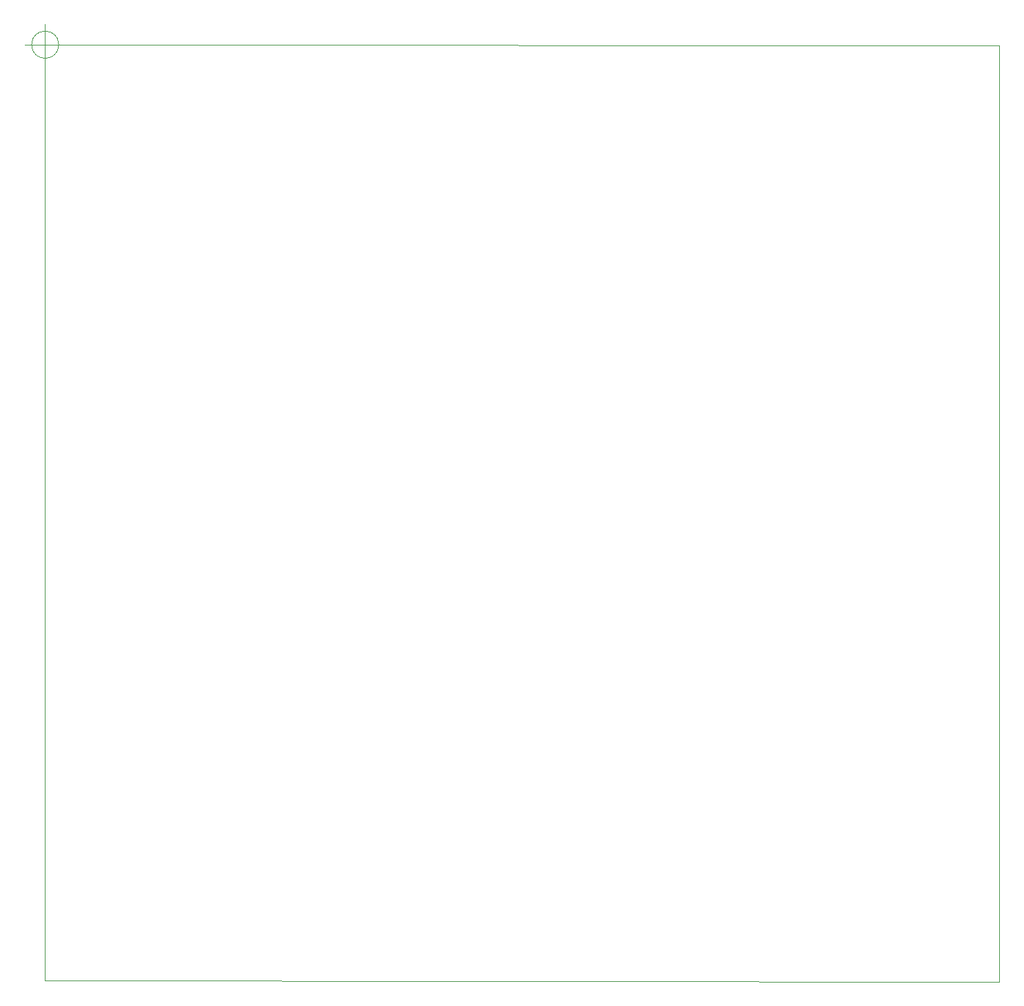
<source format=gbr>
%TF.GenerationSoftware,KiCad,Pcbnew,7.0.1*%
%TF.CreationDate,2023-04-17T00:19:10+03:00*%
%TF.ProjectId,exed,65786564-2e6b-4696-9361-645f70636258,rev?*%
%TF.SameCoordinates,Original*%
%TF.FileFunction,Profile,NP*%
%FSLAX46Y46*%
G04 Gerber Fmt 4.6, Leading zero omitted, Abs format (unit mm)*
G04 Created by KiCad (PCBNEW 7.0.1) date 2023-04-17 00:19:10*
%MOMM*%
%LPD*%
G01*
G04 APERTURE LIST*
%TA.AperFunction,Profile*%
%ADD10C,0.100000*%
%TD*%
G04 APERTURE END LIST*
D10*
X100000000Y-145000000D02*
X100000000Y-30000000D01*
X217170000Y-145130000D02*
X100000000Y-145000000D01*
X100000000Y-30000000D02*
X217170000Y-30130000D01*
X217170000Y-30130000D02*
X217170000Y-145130000D01*
X101666666Y-30000000D02*
G75*
G03*
X101666666Y-30000000I-1666666J0D01*
G01*
X97500000Y-30000000D02*
X102500000Y-30000000D01*
X100000000Y-27500000D02*
X100000000Y-32500000D01*
M02*

</source>
